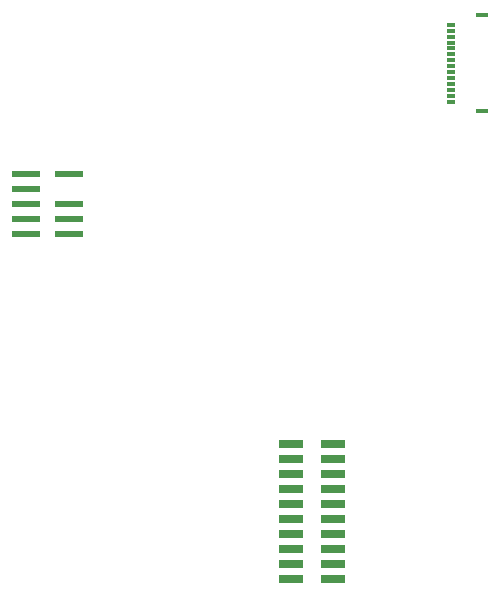
<source format=gtp>
G04*
G04 #@! TF.GenerationSoftware,Altium Limited,Altium Designer,19.0.10 (269)*
G04*
G04 Layer_Color=8421504*
%FSLAX25Y25*%
%MOIN*%
G70*
G01*
G75*
%ADD15R,0.08071X0.02992*%
%ADD16R,0.09449X0.02362*%
%ADD17R,0.02756X0.01181*%
%ADD18R,0.03937X0.01181*%
D15*
X615976Y315500D02*
D03*
X602000D02*
D03*
X615976Y320500D02*
D03*
X602000D02*
D03*
X615976Y325500D02*
D03*
X602000D02*
D03*
X615976Y330500D02*
D03*
X602000D02*
D03*
X615976Y335500D02*
D03*
X602000D02*
D03*
Y310500D02*
D03*
Y305500D02*
D03*
Y300500D02*
D03*
Y295500D02*
D03*
Y290500D02*
D03*
X615976Y310500D02*
D03*
Y305500D02*
D03*
Y300500D02*
D03*
Y295500D02*
D03*
Y290500D02*
D03*
D16*
X528000Y405500D02*
D03*
X513827D02*
D03*
X528000Y410500D02*
D03*
X513827D02*
D03*
X528000Y415500D02*
D03*
X513827D02*
D03*
Y420500D02*
D03*
X528000Y425500D02*
D03*
X513827D02*
D03*
D17*
X655500Y449720D02*
D03*
Y451689D02*
D03*
Y453657D02*
D03*
Y455626D02*
D03*
Y457594D02*
D03*
Y459563D02*
D03*
Y461531D02*
D03*
Y463500D02*
D03*
Y465469D02*
D03*
Y467437D02*
D03*
Y469406D02*
D03*
Y471374D02*
D03*
Y473343D02*
D03*
Y475311D02*
D03*
D18*
X665933Y446610D02*
D03*
Y478421D02*
D03*
M02*

</source>
